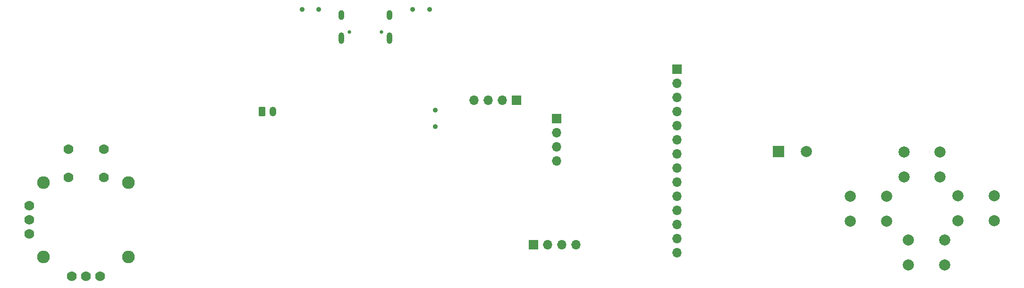
<source format=gbr>
%TF.GenerationSoftware,KiCad,Pcbnew,9.0.0*%
%TF.CreationDate,2025-08-15T01:25:28+03:00*%
%TF.ProjectId,Handheld,48616e64-6865-46c6-942e-6b696361645f,rev?*%
%TF.SameCoordinates,Original*%
%TF.FileFunction,Soldermask,Bot*%
%TF.FilePolarity,Negative*%
%FSLAX46Y46*%
G04 Gerber Fmt 4.6, Leading zero omitted, Abs format (unit mm)*
G04 Created by KiCad (PCBNEW 9.0.0) date 2025-08-15 01:25:28*
%MOMM*%
%LPD*%
G01*
G04 APERTURE LIST*
G04 Aperture macros list*
%AMRoundRect*
0 Rectangle with rounded corners*
0 $1 Rounding radius*
0 $2 $3 $4 $5 $6 $7 $8 $9 X,Y pos of 4 corners*
0 Add a 4 corners polygon primitive as box body*
4,1,4,$2,$3,$4,$5,$6,$7,$8,$9,$2,$3,0*
0 Add four circle primitives for the rounded corners*
1,1,$1+$1,$2,$3*
1,1,$1+$1,$4,$5*
1,1,$1+$1,$6,$7*
1,1,$1+$1,$8,$9*
0 Add four rect primitives between the rounded corners*
20,1,$1+$1,$2,$3,$4,$5,0*
20,1,$1+$1,$4,$5,$6,$7,0*
20,1,$1+$1,$6,$7,$8,$9,0*
20,1,$1+$1,$8,$9,$2,$3,0*%
G04 Aperture macros list end*
%ADD10C,2.000000*%
%ADD11R,1.700000X1.700000*%
%ADD12O,1.700000X1.700000*%
%ADD13RoundRect,0.250000X-0.350000X-0.625000X0.350000X-0.625000X0.350000X0.625000X-0.350000X0.625000X0*%
%ADD14O,1.200000X1.750000*%
%ADD15C,0.900000*%
%ADD16R,2.000000X2.000000*%
%ADD17C,0.650000*%
%ADD18O,1.000000X2.100000*%
%ADD19O,1.000000X1.800000*%
%ADD20C,1.778000*%
%ADD21C,2.286000*%
G04 APERTURE END LIST*
D10*
%TO.C,BTN4*%
X195600000Y-94890000D03*
X202100000Y-94890000D03*
X195600000Y-99390000D03*
X202100000Y-99390000D03*
%TD*%
D11*
%TO.C,J1*%
X142928696Y-80935358D03*
D12*
X142928696Y-83475358D03*
X142928696Y-86015358D03*
X142928696Y-88555358D03*
%TD*%
D11*
%TO.C,J6*%
X135728696Y-77675358D03*
D12*
X133188696Y-77675358D03*
X130648696Y-77675358D03*
X128108696Y-77675358D03*
%TD*%
D11*
%TO.C,J4*%
X164528696Y-72075358D03*
D12*
X164528696Y-74615358D03*
X164528696Y-77155358D03*
X164528696Y-79695358D03*
X164528696Y-82235358D03*
X164528696Y-84775358D03*
X164528696Y-87315358D03*
X164528696Y-89855358D03*
X164528696Y-92395358D03*
X164528696Y-94935358D03*
X164528696Y-97475358D03*
X164528696Y-100015358D03*
X164528696Y-102555358D03*
X164528696Y-105095358D03*
%TD*%
D13*
%TO.C,J3*%
X90100000Y-79650000D03*
D14*
X92100000Y-79650000D03*
%TD*%
D15*
%TO.C,SW1*%
X121218696Y-79425358D03*
X121218696Y-82425358D03*
%TD*%
D10*
%TO.C,BTN2*%
X214928696Y-94815358D03*
X221428696Y-94815358D03*
X214928696Y-99315358D03*
X221428696Y-99315358D03*
%TD*%
%TO.C,BTN1*%
X211728696Y-91475358D03*
X205228696Y-91475358D03*
X211728696Y-86975358D03*
X205228696Y-86975358D03*
%TD*%
D16*
%TO.C,BZ1*%
X182728696Y-86875358D03*
D10*
X187728696Y-86875358D03*
%TD*%
D11*
%TO.C,J5*%
X138788696Y-103675358D03*
D12*
X141328696Y-103675358D03*
X143868696Y-103675358D03*
X146408696Y-103675358D03*
%TD*%
D15*
%TO.C,SW4*%
X120150000Y-61300000D03*
X117150000Y-61300000D03*
%TD*%
D17*
%TO.C,J2*%
X111530000Y-65400000D03*
X105750000Y-65400000D03*
D18*
X112960000Y-66505000D03*
D19*
X112960000Y-62325000D03*
D18*
X104320000Y-66505000D03*
D19*
X104320000Y-62325000D03*
%TD*%
D20*
%TO.C,U4*%
X55380196Y-86441858D03*
X61730196Y-86441858D03*
X55380196Y-91521858D03*
X61730196Y-91521858D03*
X56015196Y-109301858D03*
X58555196Y-109301858D03*
X61095196Y-109301858D03*
D21*
X50935196Y-92474358D03*
X50935196Y-105809358D03*
X66175196Y-105809358D03*
X66175196Y-92474358D03*
D20*
X48395196Y-96601858D03*
X48395196Y-99141858D03*
X48395196Y-101681858D03*
%TD*%
D10*
%TO.C,BTN3*%
X212528696Y-107275358D03*
X206028696Y-107275358D03*
X212528696Y-102775358D03*
X206028696Y-102775358D03*
%TD*%
D15*
%TO.C,SW2*%
X100300000Y-61290000D03*
X97300000Y-61290000D03*
%TD*%
M02*

</source>
